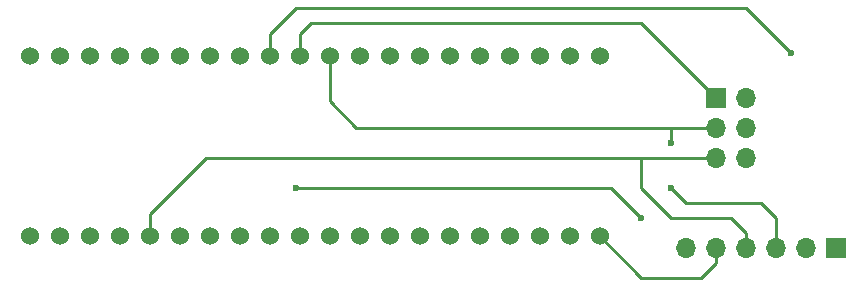
<source format=gbl>
G04 #@! TF.FileFunction,Copper,L2,Bot,Signal*
%FSLAX46Y46*%
G04 Gerber Fmt 4.6, Leading zero omitted, Abs format (unit mm)*
G04 Created by KiCad (PCBNEW 4.0.6) date Sun May 21 13:57:47 2017*
%MOMM*%
%LPD*%
G01*
G04 APERTURE LIST*
%ADD10C,0.100000*%
%ADD11R,1.700000X1.700000*%
%ADD12O,1.700000X1.700000*%
%ADD13C,1.524000*%
%ADD14C,0.600000*%
%ADD15C,0.250000*%
G04 APERTURE END LIST*
D10*
D11*
X226060000Y-113030000D03*
D12*
X228600000Y-113030000D03*
X226060000Y-115570000D03*
X228600000Y-115570000D03*
X226060000Y-118110000D03*
X228600000Y-118110000D03*
D13*
X167915001Y-124735001D03*
X170455001Y-124735001D03*
X172995001Y-124735001D03*
X175535001Y-124735001D03*
X178075001Y-124735001D03*
X180615001Y-124735001D03*
X183155001Y-124735001D03*
X185695001Y-124735001D03*
X188235001Y-124735001D03*
X190775001Y-124735001D03*
X193315001Y-124735001D03*
X195855001Y-124735001D03*
X198395001Y-124735001D03*
X200935001Y-124735001D03*
X203475001Y-124735001D03*
X206015001Y-124735001D03*
X208555001Y-124735001D03*
X211095001Y-124735001D03*
X213635001Y-124735001D03*
X216175001Y-124735001D03*
X216175001Y-109495001D03*
X213635001Y-109495001D03*
X211095001Y-109495001D03*
X208555001Y-109495001D03*
X206015001Y-109495001D03*
X203475001Y-109495001D03*
X200935001Y-109495001D03*
X198395001Y-109495001D03*
X195855001Y-109495001D03*
X193315001Y-109495001D03*
X190775001Y-109495001D03*
X188235001Y-109495001D03*
X185695001Y-109495001D03*
X183155001Y-109495001D03*
X180615001Y-109495001D03*
X178075001Y-109495001D03*
X175535001Y-109495001D03*
X172995001Y-109495001D03*
X170455001Y-109495001D03*
X167915001Y-109495001D03*
D11*
X236220000Y-125730000D03*
D12*
X233680000Y-125730000D03*
X231140000Y-125730000D03*
X228600000Y-125730000D03*
X226060000Y-125730000D03*
X223520000Y-125730000D03*
D14*
X190500000Y-120650000D03*
X219710000Y-123190000D03*
X222250000Y-116840000D03*
X222250000Y-120650000D03*
X232410000Y-109220000D03*
D15*
X226060000Y-125730000D02*
X226060000Y-127000000D01*
X219710000Y-128270000D02*
X216175001Y-124735001D01*
X224790000Y-128270000D02*
X219710000Y-128270000D01*
X226060000Y-127000000D02*
X224790000Y-128270000D01*
X217170000Y-120650000D02*
X190500000Y-120650000D01*
X219710000Y-123190000D02*
X217170000Y-120650000D01*
X190775001Y-109495001D02*
X190775001Y-107674999D01*
X219710000Y-106680000D02*
X226060000Y-113030000D01*
X191770000Y-106680000D02*
X219710000Y-106680000D01*
X190775001Y-107674999D02*
X191770000Y-106680000D01*
X231140000Y-125730000D02*
X231140000Y-123190000D01*
X222250000Y-116840000D02*
X222250000Y-115570000D01*
X223520000Y-121920000D02*
X222250000Y-120650000D01*
X229870000Y-121920000D02*
X223520000Y-121920000D01*
X231140000Y-123190000D02*
X229870000Y-121920000D01*
X193315001Y-109495001D02*
X193315001Y-113305001D01*
X195580000Y-115570000D02*
X218440000Y-115570000D01*
X218440000Y-115570000D02*
X222250000Y-115570000D01*
X222250000Y-115570000D02*
X226060000Y-115570000D01*
X193315001Y-113305001D02*
X195580000Y-115570000D01*
X228600000Y-105410000D02*
X232410000Y-109220000D01*
X190500000Y-105410000D02*
X228600000Y-105410000D01*
X188235001Y-107674999D02*
X190500000Y-105410000D01*
X188235001Y-109495001D02*
X188235001Y-107674999D01*
X228600000Y-125730000D02*
X228600000Y-124460000D01*
X219710000Y-120650000D02*
X219710000Y-118110000D01*
X222250000Y-123190000D02*
X219710000Y-120650000D01*
X227330000Y-123190000D02*
X222250000Y-123190000D01*
X228600000Y-124460000D02*
X227330000Y-123190000D01*
X178075001Y-124735001D02*
X178075001Y-122914999D01*
X182880000Y-118110000D02*
X214630000Y-118110000D01*
X214630000Y-118110000D02*
X219710000Y-118110000D01*
X219710000Y-118110000D02*
X226060000Y-118110000D01*
X178075001Y-122914999D02*
X182880000Y-118110000D01*
M02*

</source>
